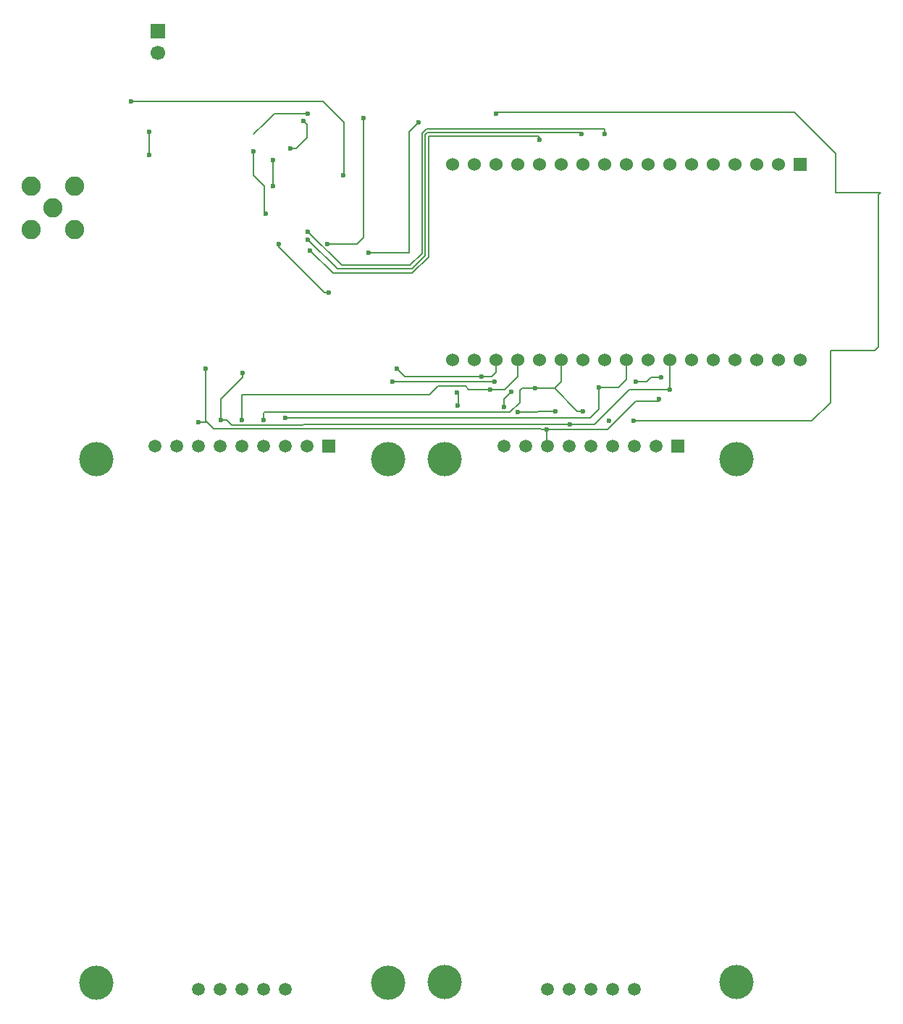
<source format=gbl>
G04 #@! TF.GenerationSoftware,KiCad,Pcbnew,9.99.0-4546-gb76221958b*
G04 #@! TF.CreationDate,2026-01-23T23:05:35+05:00*
G04 #@! TF.ProjectId,Reciver board,52656369-7665-4722-9062-6f6172642e6b,rev?*
G04 #@! TF.SameCoordinates,Original*
G04 #@! TF.FileFunction,Copper,L2,Bot*
G04 #@! TF.FilePolarity,Positive*
%FSLAX46Y46*%
G04 Gerber Fmt 4.6, Leading zero omitted, Abs format (unit mm)*
G04 Created by KiCad (PCBNEW 9.99.0-4546-gb76221958b) date 2026-01-23 23:05:35*
%MOMM*%
%LPD*%
G01*
G04 APERTURE LIST*
G04 #@! TA.AperFunction,ComponentPad*
%ADD10R,1.700000X1.700000*%
G04 #@! TD*
G04 #@! TA.AperFunction,ComponentPad*
%ADD11C,1.700000*%
G04 #@! TD*
G04 #@! TA.AperFunction,ComponentPad*
%ADD12C,2.250000*%
G04 #@! TD*
G04 #@! TA.AperFunction,ComponentPad*
%ADD13C,4.000000*%
G04 #@! TD*
G04 #@! TA.AperFunction,ComponentPad*
%ADD14R,1.500000X1.500000*%
G04 #@! TD*
G04 #@! TA.AperFunction,ComponentPad*
%ADD15C,1.500000*%
G04 #@! TD*
G04 #@! TA.AperFunction,ComponentPad*
%ADD16R,1.524000X1.524000*%
G04 #@! TD*
G04 #@! TA.AperFunction,ComponentPad*
%ADD17C,1.524000*%
G04 #@! TD*
G04 #@! TA.AperFunction,ViaPad*
%ADD18C,0.600000*%
G04 #@! TD*
G04 #@! TA.AperFunction,Conductor*
%ADD19C,0.200000*%
G04 #@! TD*
G04 #@! TA.AperFunction,Conductor*
%ADD20C,0.180000*%
G04 #@! TD*
G04 APERTURE END LIST*
D10*
X29190000Y-29500000D03*
D11*
X29190000Y-32040000D03*
D12*
X16891000Y-50165000D03*
X19431000Y-47625000D03*
X19431000Y-52705000D03*
X14351000Y-47625000D03*
X14351000Y-52705000D03*
D13*
X56068000Y-79519000D03*
X21968000Y-79519000D03*
X56068000Y-140719000D03*
X21968000Y-140719000D03*
D14*
X49178000Y-78019000D03*
D15*
X46638000Y-78019000D03*
X44098000Y-78019000D03*
X41558000Y-78019000D03*
X39018000Y-78019000D03*
X36478000Y-78019000D03*
X33938000Y-78019000D03*
X31398000Y-78019000D03*
X28858000Y-78019000D03*
X44098000Y-141539000D03*
X41558000Y-141539000D03*
X39018000Y-141539000D03*
X36478000Y-141539000D03*
X33938000Y-141539000D03*
D16*
X104267000Y-45085000D03*
D17*
X101727000Y-45085000D03*
X99187000Y-45085000D03*
X96647000Y-45085000D03*
X94107000Y-45085000D03*
X91567000Y-45085000D03*
X89027000Y-45085000D03*
X86487000Y-45085000D03*
X83947000Y-45085000D03*
X81407000Y-45085000D03*
X78867000Y-45085000D03*
X76327000Y-45085000D03*
X73787000Y-45085000D03*
X71247000Y-45085000D03*
X68707000Y-45085000D03*
X66167000Y-45085000D03*
X63627000Y-45085000D03*
X104267000Y-67945000D03*
X101727000Y-67945000D03*
X99187000Y-67945000D03*
X96647000Y-67945000D03*
X94107000Y-67945000D03*
X91567000Y-67945000D03*
X89027000Y-67945000D03*
X86487000Y-67945000D03*
X83947000Y-67945000D03*
X81407000Y-67945000D03*
X78867000Y-67945000D03*
X76327000Y-67945000D03*
X73787000Y-67945000D03*
X71247000Y-67945000D03*
X68707000Y-67945000D03*
X66167000Y-67945000D03*
X63627000Y-67945000D03*
D13*
X96838000Y-79502000D03*
X62738000Y-79502000D03*
X96838000Y-140702000D03*
X62738000Y-140702000D03*
D14*
X89948000Y-78002000D03*
D15*
X87408000Y-78002000D03*
X84868000Y-78002000D03*
X82328000Y-78002000D03*
X79788000Y-78002000D03*
X77248000Y-78002000D03*
X74708000Y-78002000D03*
X72168000Y-78002000D03*
X69628000Y-78002000D03*
X84868000Y-141522000D03*
X82328000Y-141522000D03*
X79788000Y-141522000D03*
X77248000Y-141522000D03*
X74708000Y-141522000D03*
D18*
X46736000Y-39116000D03*
X53213000Y-39624000D03*
X40386000Y-43561000D03*
X49022000Y-54356000D03*
X41808000Y-50825000D03*
X44069000Y-74676000D03*
X80772000Y-71120000D03*
X73279000Y-71247000D03*
X78867000Y-73914000D03*
X41529000Y-74930000D03*
X81915000Y-75057000D03*
X68072000Y-71374000D03*
X38989000Y-74930000D03*
X36576000Y-74930000D03*
X89027000Y-71374000D03*
X39116000Y-69469000D03*
X77343000Y-75438000D03*
X33909000Y-75184000D03*
X34798000Y-68961000D03*
X74676000Y-76073000D03*
X87757000Y-72517000D03*
X68580000Y-70485000D03*
X88011000Y-69977000D03*
X70485000Y-71628000D03*
X85090000Y-70485000D03*
X69628000Y-73406000D03*
X56642000Y-70485000D03*
X53848000Y-55372000D03*
X59690000Y-40132000D03*
X49149000Y-60071000D03*
X43307000Y-54356000D03*
X46736000Y-52959000D03*
X81407000Y-41529000D03*
X46736000Y-53848000D03*
X78740000Y-41529000D03*
X73787000Y-42164000D03*
X46990000Y-55118000D03*
X68707000Y-39116000D03*
X84836000Y-75057000D03*
X67056000Y-69850000D03*
X57150000Y-68961000D03*
X64262000Y-73279000D03*
X71247000Y-74041000D03*
X75692000Y-73914000D03*
X64175000Y-71775000D03*
X28194000Y-43942000D03*
X28194000Y-41275000D03*
X46228000Y-40005000D03*
X44704000Y-43180000D03*
X42672000Y-44577000D03*
X42657000Y-47610000D03*
X50882000Y-46310000D03*
X26035000Y-37719000D03*
D19*
X42799000Y-39116000D02*
X46736000Y-39116000D01*
D20*
X41656000Y-47625000D02*
X40386000Y-46355000D01*
D19*
X40386000Y-41529000D02*
X41783000Y-40132000D01*
X41808000Y-50825000D02*
X41656000Y-50673000D01*
D20*
X53213000Y-53594000D02*
X53213000Y-39624000D01*
X52451000Y-54356000D02*
X53213000Y-53594000D01*
X41656000Y-50673000D02*
X41656000Y-47625000D01*
D19*
X40386000Y-46355000D02*
X40386000Y-43561000D01*
X41783000Y-40132000D02*
X42799000Y-39116000D01*
D20*
X49022000Y-54356000D02*
X52451000Y-54356000D01*
D19*
X80772000Y-71120000D02*
X83058000Y-71120000D01*
X44069000Y-74676000D02*
X79756000Y-74676000D01*
X83058000Y-71120000D02*
X83947000Y-70231000D01*
X83947000Y-70231000D02*
X83947000Y-67945000D01*
X80772000Y-73660000D02*
X80772000Y-71120000D01*
X79756000Y-74676000D02*
X80772000Y-73660000D01*
X78232000Y-73914000D02*
X75565000Y-71247000D01*
X41529000Y-74930000D02*
X41529000Y-74168000D01*
X41529000Y-74168000D02*
X41656000Y-74041000D01*
X70358000Y-74041000D02*
X71501000Y-72898000D01*
X71755000Y-71247000D02*
X73279000Y-71247000D01*
X73279000Y-71247000D02*
X75565000Y-71247000D01*
X71501000Y-72898000D02*
X71501000Y-71501000D01*
X71501000Y-71501000D02*
X71755000Y-71247000D01*
X41656000Y-74041000D02*
X70358000Y-74041000D01*
X75565000Y-71247000D02*
X76327000Y-70485000D01*
X76327000Y-70485000D02*
X76327000Y-67945000D01*
X78867000Y-73914000D02*
X78232000Y-73914000D01*
X65532000Y-71374000D02*
X68072000Y-71374000D01*
X71247000Y-69850000D02*
X71247000Y-67945000D01*
X65151000Y-70993000D02*
X65532000Y-71374000D01*
X61976000Y-70993000D02*
X65151000Y-70993000D01*
X69723000Y-71374000D02*
X71247000Y-69850000D01*
X60960000Y-72009000D02*
X61976000Y-70993000D01*
X38989000Y-72009000D02*
X60960000Y-72009000D01*
X68072000Y-71374000D02*
X69723000Y-71374000D01*
X38989000Y-74930000D02*
X38989000Y-72009000D01*
X80264000Y-75438000D02*
X81153000Y-74549000D01*
X77343000Y-75438000D02*
X80264000Y-75438000D01*
X36576000Y-72517000D02*
X39116000Y-69977000D01*
X37338000Y-75057000D02*
X37812000Y-75531000D01*
X37211000Y-74930000D02*
X37338000Y-75057000D01*
X84328000Y-71374000D02*
X84836000Y-71374000D01*
X39116000Y-69977000D02*
X39116000Y-69469000D01*
X36576000Y-74930000D02*
X36576000Y-72517000D01*
X84836000Y-71374000D02*
X89027000Y-71374000D01*
X89027000Y-71374000D02*
X89027000Y-67945000D01*
X81153000Y-74549000D02*
X84328000Y-71374000D01*
X36576000Y-74930000D02*
X37211000Y-74930000D01*
X37812000Y-75531000D02*
X46135000Y-75531000D01*
X46228000Y-75438000D02*
X77343000Y-75438000D01*
X46135000Y-75531000D02*
X46228000Y-75438000D01*
X74676000Y-77970000D02*
X74708000Y-78002000D01*
X73914000Y-75946000D02*
X74041000Y-76073000D01*
X34798000Y-75057000D02*
X34925000Y-75184000D01*
X74041000Y-76073000D02*
X74676000Y-76073000D01*
X87757000Y-72517000D02*
X87757000Y-72771000D01*
X35687000Y-75946000D02*
X73914000Y-75946000D01*
X74676000Y-76073000D02*
X74676000Y-77970000D01*
X87757000Y-72771000D02*
X85090000Y-72771000D01*
X34925000Y-75184000D02*
X35687000Y-75946000D01*
X85090000Y-72771000D02*
X81788000Y-76073000D01*
X33909000Y-75184000D02*
X34925000Y-75184000D01*
X81788000Y-76073000D02*
X74676000Y-76073000D01*
X34798000Y-68961000D02*
X34798000Y-75057000D01*
X86360000Y-70485000D02*
X86868000Y-69977000D01*
X69628000Y-72485000D02*
X69628000Y-73406000D01*
X85090000Y-70485000D02*
X86360000Y-70485000D01*
X86868000Y-69977000D02*
X88011000Y-69977000D01*
X56642000Y-70485000D02*
X68580000Y-70485000D01*
X70485000Y-71628000D02*
X69628000Y-72485000D01*
D20*
X53848000Y-55372000D02*
X58547000Y-55372000D01*
D19*
X59690000Y-40132000D02*
X58547000Y-41275000D01*
X58547000Y-41275000D02*
X58547000Y-55372000D01*
D20*
X49149000Y-60071000D02*
X48641000Y-60071000D01*
X45339000Y-56769000D02*
X43307000Y-54737000D01*
X48641000Y-60071000D02*
X45339000Y-56769000D01*
X43307000Y-54737000D02*
X43307000Y-54356000D01*
X50653000Y-56876000D02*
X58674000Y-56876000D01*
D19*
X81407000Y-41021000D02*
X81407000Y-41529000D01*
X60553800Y-40928000D02*
X81314000Y-40928000D01*
X81314000Y-40928000D02*
X81407000Y-41021000D01*
X60031000Y-55519000D02*
X60031000Y-41656000D01*
X58674000Y-56876000D02*
X60031000Y-55519000D01*
X60031000Y-41656000D02*
X60031000Y-41450800D01*
X60031000Y-41450800D02*
X60553800Y-40928000D01*
D20*
X46736000Y-52959000D02*
X50653000Y-56876000D01*
X46736000Y-53848000D02*
X50165000Y-57277000D01*
D19*
X60666900Y-41382000D02*
X78593000Y-41382000D01*
X60432000Y-55713900D02*
X60432000Y-41616900D01*
X60432000Y-41616900D02*
X60666900Y-41382000D01*
X58868900Y-57277000D02*
X60432000Y-55713900D01*
D20*
X50165000Y-57277000D02*
X58868900Y-57277000D01*
D19*
X78593000Y-41382000D02*
X78740000Y-41529000D01*
X73660000Y-41783000D02*
X73787000Y-41910000D01*
D20*
X46990000Y-55118000D02*
X49657000Y-57785000D01*
D19*
X60833000Y-55880000D02*
X60833000Y-41783000D01*
X60833000Y-41783000D02*
X73660000Y-41783000D01*
X73787000Y-41910000D02*
X73787000Y-42164000D01*
D20*
X49657000Y-57785000D02*
X58928000Y-57785000D01*
D19*
X58928000Y-57785000D02*
X60833000Y-55880000D01*
X113411000Y-48641000D02*
X113665000Y-48387000D01*
X113030000Y-66802000D02*
X113411000Y-66421000D01*
X113665000Y-48387000D02*
X108458000Y-48387000D01*
X107823000Y-72898000D02*
X107823000Y-66802000D01*
X113411000Y-66421000D02*
X113411000Y-48641000D01*
X84836000Y-75057000D02*
X105664000Y-75057000D01*
X108458000Y-43815000D02*
X103632000Y-38989000D01*
X108458000Y-48387000D02*
X108458000Y-43815000D01*
X107823000Y-66802000D02*
X113030000Y-66802000D01*
X103632000Y-38989000D02*
X68707000Y-38989000D01*
X105664000Y-75057000D02*
X107823000Y-72898000D01*
X68707000Y-38989000D02*
X68707000Y-39116000D01*
X57150000Y-68961000D02*
X58039000Y-69850000D01*
X58039000Y-69850000D02*
X67056000Y-69850000D01*
X68707000Y-69342000D02*
X68707000Y-67945000D01*
X68199000Y-69850000D02*
X68707000Y-69342000D01*
X67056000Y-69850000D02*
X68199000Y-69850000D01*
X73533000Y-74041000D02*
X71247000Y-74041000D01*
X73660000Y-73914000D02*
X73533000Y-74041000D01*
X64282000Y-71882000D02*
X64282000Y-73259000D01*
X75692000Y-73914000D02*
X73660000Y-73914000D01*
X64175000Y-71775000D02*
X64282000Y-71882000D01*
X64282000Y-73259000D02*
X64262000Y-73279000D01*
D20*
X28194000Y-41275000D02*
X28194000Y-43434000D01*
X28194000Y-43434000D02*
X28194000Y-43942000D01*
D19*
X46609000Y-40386000D02*
X46228000Y-40005000D01*
X45339000Y-43180000D02*
X46609000Y-41910000D01*
X46609000Y-41910000D02*
X46609000Y-40386000D01*
X44704000Y-43180000D02*
X45339000Y-43180000D01*
D20*
X42672000Y-44577000D02*
X42672000Y-47595000D01*
D19*
X42672000Y-47595000D02*
X42657000Y-47610000D01*
X48514000Y-37719000D02*
X26035000Y-37719000D01*
X50882000Y-46310000D02*
X50927000Y-46265000D01*
X50927000Y-40259000D02*
X50927000Y-40132000D01*
D20*
X50927000Y-40132000D02*
X48514000Y-37719000D01*
D19*
X50927000Y-46265000D02*
X50927000Y-40259000D01*
M02*

</source>
